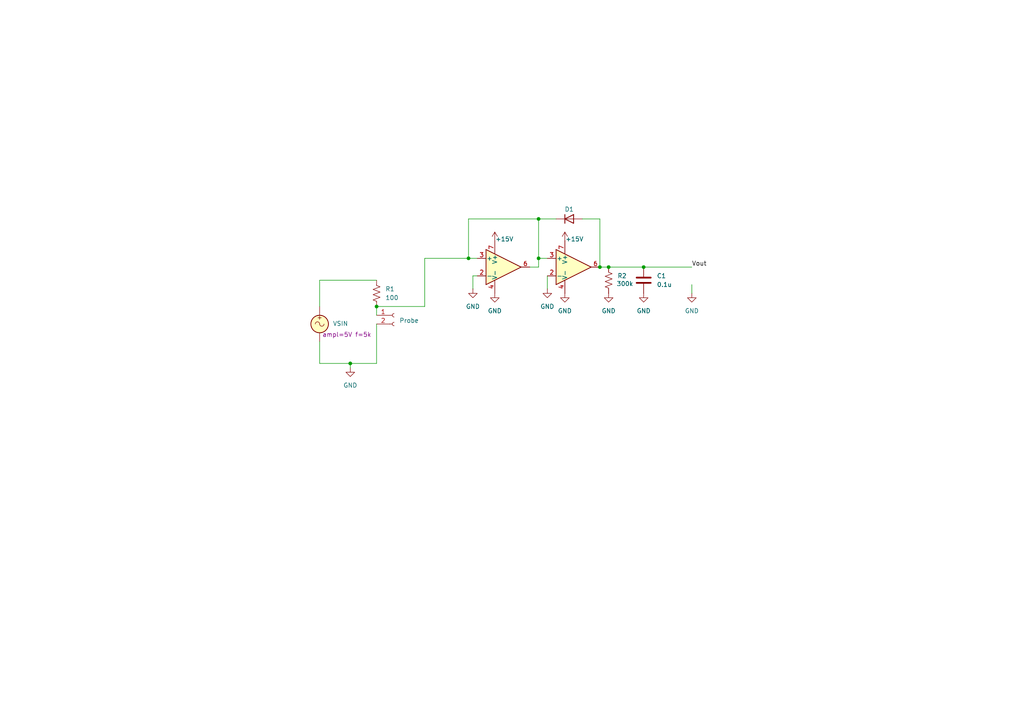
<source format=kicad_sch>
(kicad_sch (version 20250114) (generator "eeschema") (generator_version "9.0")
  (paper "A4")
  (lib_symbols
    (symbol "Amplifier_Operational:AD8001AN" (pin_names (offset 0.127))
      (property "Reference" "U" (at 0 6.35 0))
      (property "Value" "AD8001AN" (at 0 3.81 0))
      (symbol "AD8001AN_0_1"
        (polyline (pts (xy -5.08 5.08) (xy 5.08 0) (xy -5.08 -5.08) (xy -5.08 5.08)) (stroke (width 0.254)) (fill (type background)))
      )
      (symbol "AD8001AN_1_1"
        (pin input line (at -7.62 2.54 0) (length 2.54) (name "+") (number "3"))
        (pin input line (at -7.62 -2.54 0) (length 2.54) (name "-") (number "2"))
        (pin no_connect line (at -5.08 -2.54 90) (length 2.54) (hide yes) (name "NC") (number "1"))
        (pin power_in line (at -2.54 7.62 270) (length 3.81) (name "V+") (number "7"))
        (pin no_connect line (at -2.54 -2.54 90) (length 2.54) (hide yes) (name "NC") (number "5"))
        (pin power_in line (at -2.54 -7.62 90) (length 3.81) (name "V-") (number "4"))
        (pin no_connect line (at 0 -2.54 90) (length 2.54) (hide yes) (name "NC") (number "8"))
        (pin output line (at 7.62 0 180) (length 2.54) (name "~") (number "6"))
      )
    )
    (symbol "Connector:Conn_01x02_Socket" (pin_names (offset 1.016) (hide yes))
      (property "Reference" "J" (at 0 2.54 0))
      (property "Value" "Conn_01x02_Socket" (at 0 -5.08 0))
      (symbol "Conn_01x02_Socket_1_1"
        (polyline (pts (xy -1.27 0) (xy -0.508 0)) (stroke (width 0.1524)))
        (polyline (pts (xy -1.27 -2.54) (xy -0.508 -2.54)) (stroke (width 0.1524)))
        (arc (start 0 -0.508) (mid -0.5058 0) (end 0 0.508) (stroke (width 0.1524)))
        (arc (start 0 -3.048) (mid -0.5058 -2.54) (end 0 -2.032) (stroke (width 0.1524)))
        (pin passive line (at -5.08 0 0) (length 3.81) (name "Pin_1") (number "1"))
        (pin passive line (at -5.08 -2.54 0) (length 3.81) (name "Pin_2") (number "2"))
      )
    )
    (symbol "Device:C" (pin_numbers (hide yes)) (pin_names (offset 0.254))
      (property "Reference" "C" (at 0.635 2.54 0))
      (property "Value" "C" (at 0.635 -2.54 0))
      (symbol "C_0_1"
        (polyline (pts (xy -2.032 0.762) (xy 2.032 0.762)) (stroke (width 0.508)))
        (polyline (pts (xy -2.032 -0.762) (xy 2.032 -0.762)) (stroke (width 0.508)))
      )
      (symbol "C_1_1"
        (pin passive line (at 0 3.81 270) (length 2.794) (name "~") (number "1"))
        (pin passive line (at 0 -3.81 90) (length 2.794) (name "~") (number "2"))
      )
    )
    (symbol "Device:R_US" (pin_numbers (hide yes)) (pin_names (offset 0))
      (property "Reference" "R" (at 2.54 0 90))
      (property "Value" "R_US" (at -2.54 0 90))
      (symbol "R_US_0_1"
        (polyline (pts (xy 0 2.286) (xy 0 2.54)))
        (polyline (pts (xy 0 2.286) (xy 1.016 1.905) (xy 0 1.524) (xy -1.016 1.143) (xy 0 0.762)))
        (polyline (pts (xy 0 0.762) (xy 1.016 0.381) (xy 0 0) (xy -1.016 -0.381) (xy 0 -0.762)))
        (polyline (pts (xy 0 -0.762) (xy 1.016 -1.143) (xy 0 -1.524) (xy -1.016 -1.905) (xy 0 -2.286)))
        (polyline (pts (xy 0 -2.286) (xy 0 -2.54)))
      )
      (symbol "R_US_1_1"
        (pin passive line (at 0 3.81 270) (length 1.27) (name "~") (number "1"))
        (pin passive line (at 0 -3.81 90) (length 1.27) (name "~") (number "2"))
      )
    )
    (symbol "Diode:1N4001" (pin_numbers (hide yes)) (pin_names (hide yes))
      (property "Reference" "D" (at 0 2.54 0))
      (property "Value" "1N4001" (at 0 -2.54 0))
      (symbol "1N4001_0_1"
        (polyline (pts (xy -1.27 1.27) (xy -1.27 -1.27)) (stroke (width 0.254)))
        (polyline (pts (xy 1.27 1.27) (xy 1.27 -1.27) (xy -1.27 0) (xy 1.27 1.27)) (stroke (width 0.254)))
        (polyline (pts (xy 1.27 0) (xy -1.27 0)))
      )
      (symbol "1N4001_1_1"
        (pin passive line (at -3.81 0 0) (length 2.54) (name "K") (number "1"))
        (pin passive line (at 3.81 0 180) (length 2.54) (name "A") (number "2"))
      )
    )
    (symbol "Simulation_SPICE:VSIN" (pin_numbers (hide yes)) (pin_names (offset 0.0254))
      (property "Reference" "V" (at 2.54 2.54 0))
      (property "Value" "VSIN" (at 2.54 0 0))
      (property "Sim.Params" "dc=0 ampl=1 f=1k ac=1" (at 2.54 -2.54 0))
      (symbol "VSIN_0_0"
        (arc (start -1.27 0) (mid -0.635 0.6323) (end 0 0))
        (arc (start 1.27 0) (mid 0.635 -0.6323) (end 0 0))
        (text "+" (at 0 1.905 0) (effects (font (size 1.27 1.27))))
      )
      (symbol "VSIN_0_1"
        (circle (center 0 0) (radius 2.54) (stroke (width 0.254)) (fill (type background)))
      )
      (symbol "VSIN_1_1"
        (pin passive line (at 0 5.08 270) (length 2.54) (name "~") (number "1"))
        (pin passive line (at 0 -5.08 90) (length 2.54) (name "~") (number "2"))
      )
    )
    (symbol "power:+15V" (power) (pin_numbers (hide yes)) (pin_names (offset 0) (hide yes))
      (property "Value" "+15V" (at 0 3.556 0))
      (symbol "+15V_0_1"
        (polyline (pts (xy -0.762 1.27) (xy 0 2.54)))
        (polyline (pts (xy 0 2.54) (xy 0.762 1.27)))
        (polyline (pts (xy 0 0) (xy 0 2.54)))
      )
      (symbol "+15V_1_1"
        (pin power_in line (at 0 0 90) (length 0) (name "~") (number "1"))
      )
    )
    (symbol "power:GND" (power) (pin_numbers (hide yes)) (pin_names (offset 0) (hide yes))
      (property "Value" "GND" (at 0 -3.81 0))
      (symbol "GND_0_1"
        (polyline (pts (xy 0 0) (xy 0 -1.27) (xy 1.27 -1.27) (xy 0 -2.54) (xy -1.27 -1.27) (xy 0 -1.27)))
      )
      (symbol "GND_1_1"
        (pin power_in line (at 0 0 270) (length 0) (name "~") (number "1"))
      )
    )
  )
  (junction (at 176.53 77.47))
  (junction (at 173.99 77.47))
  (junction (at 109.22 88.9))
  (junction (at 135.89 74.93))
  (junction (at 156.21 63.5))
  (junction (at 156.21 74.93))
  (junction (at 186.69 77.47))
  (junction (at 101.6 105.41))
  (wire (pts (xy 156.21 74.93) (xy 158.75 74.93)))
  (wire (pts (xy 153.67 77.47) (xy 156.21 77.47)))
  (wire (pts (xy 123.19 88.9) (xy 123.19 74.93)))
  (wire (pts (xy 109.22 88.9) (xy 123.19 88.9)))
  (wire (pts (xy 92.71 88.9) (xy 92.71 81.28)))
  (wire (pts (xy 168.91 63.5) (xy 173.99 63.5)))
  (wire (pts (xy 92.71 105.41) (xy 101.6 105.41)))
  (wire (pts (xy 92.71 81.28) (xy 109.22 81.28)))
  (wire (pts (xy 101.6 105.41) (xy 109.22 105.41)))
  (wire (pts (xy 101.6 105.41) (xy 101.6 106.68)))
  (wire (pts (xy 92.71 105.41) (xy 92.71 99.06)))
  (wire (pts (xy 156.21 74.93) (xy 156.21 63.5)))
  (wire (pts (xy 173.99 63.5) (xy 173.99 77.47)))
  (wire (pts (xy 186.69 77.47) (xy 200.66 77.47)))
  (wire (pts (xy 173.99 77.47) (xy 176.53 77.47)))
  (wire (pts (xy 135.89 74.93) (xy 138.43 74.93)))
  (wire (pts (xy 135.89 63.5) (xy 135.89 74.93)))
  (wire (pts (xy 176.53 77.47) (xy 186.69 77.47)))
  (wire (pts (xy 138.43 80.01) (xy 137.16 80.01)))
  (wire (pts (xy 137.16 80.01) (xy 137.16 83.82)))
  (wire (pts (xy 156.21 63.5) (xy 135.89 63.5)))
  (wire (pts (xy 109.22 88.9) (xy 109.22 91.44)))
  (wire (pts (xy 109.22 93.98) (xy 109.22 105.41)))
  (wire (pts (xy 123.19 74.93) (xy 135.89 74.93)))
  (wire (pts (xy 158.75 80.01) (xy 158.75 83.82)))
  (wire (pts (xy 200.66 82.55) (xy 200.66 85.09)))
  (wire (pts (xy 156.21 77.47) (xy 156.21 74.93)))
  (wire (pts (xy 156.21 63.5) (xy 161.29 63.5)))
  (label "Vout" (at 200.66 77.47 0))
  (symbol (lib_id "power:GND") (at 200.66 85.09 0) (unit 1)
    (property "Reference" "#PWR010" (effects (hide yes)))
    (property "Value" "GND" (at 200.66 90.17 0))
    (property "Description" "Power symbol creates a global label with name \"GND\" , ground" (effects (hide yes)))
  )
  (symbol (lib_id "power:+15V") (at 163.83 69.85 0) (unit 1)
    (property "Reference" "#PWR06" (effects (hide yes)))
    (property "Value" "+15V" (at 166.624 69.342 0))
    (property "Description" "Power symbol creates a global label with name \"+15V\"" (effects (hide yes)))
  )
  (symbol (lib_id "power:GND") (at 137.16 83.82 0) (unit 1)
    (property "Reference" "#PWR04" (effects (hide yes)))
    (property "Value" "GND" (at 137.16 88.9 0))
    (property "Description" "Power symbol creates a global label with name \"GND\" , ground" (effects (hide yes)))
  )
  (symbol (lib_id "power:+15V") (at 143.51 69.85 0) (unit 1)
    (property "Reference" "#PWR01" (effects (hide yes)))
    (property "Value" "+15V" (at 146.304 69.342 0))
    (property "Description" "Power symbol creates a global label with name \"+15V\"" (effects (hide yes)))
  )
  (symbol (lib_id "power:GND") (at 101.6 106.68 0) (unit 1)
    (property "Reference" "#PWR02" (effects (hide yes)))
    (property "Value" "GND" (at 101.6 111.76 0))
    (property "Description" "Power symbol creates a global label with name \"GND\" , ground" (effects (hide yes)))
  )
  (symbol (lib_id "Amplifier_Operational:AD8001AN") (at 146.05 77.47 0) (unit 1)
    (property "Reference" "U3" (effects (hide yes)))
    (property "Value" "AD8001AN" (effects (hide yes)))
    (property "Footprint" "Package_DIP:DIP-8_W7.62mm" (effects (hide yes)))
    (property "Datasheet" "https://www.analog.com/media/en/technical-documentation/data-sheets/ad8001.pdf" (effects (hide yes)))
    (property "Description" "Current Feedback Amplifier, 800 MHz, 50mW, DIP-8" (effects (hide yes)))
  )
  (symbol (lib_id "power:GND") (at 143.51 85.09 0) (unit 1)
    (property "Reference" "#PWR05" (effects (hide yes)))
    (property "Value" "GND" (at 143.51 90.17 0))
    (property "Description" "Power symbol creates a global label with name \"GND\" , ground" (effects (hide yes)))
  )
  (symbol (lib_id "power:GND") (at 176.53 85.09 0) (unit 1)
    (property "Reference" "#PWR08" (effects (hide yes)))
    (property "Value" "GND" (at 176.53 90.17 0))
    (property "Description" "Power symbol creates a global label with name \"GND\" , ground" (effects (hide yes)))
  )
  (symbol (lib_id "Device:R_US") (at 176.53 81.28 0) (unit 1)
    (property "Reference" "R2" (at 179.07 80.0099 0) (effects (justify left)))
    (property "Value" "300k" (at 178.816 82.296 0) (effects (justify left)))
    (property "Description" "Resistor, US symbol" (effects (hide yes)))
  )
  (symbol (lib_id "Device:C") (at 186.69 81.28 0) (unit 1)
    (property "Reference" "C1" (at 190.5 80.0099 0) (effects (justify left)))
    (property "Value" "0.1u" (at 190.5 82.5499 0) (effects (justify left)))
    (property "Description" "Unpolarized capacitor" (effects (hide yes)))
  )
  (symbol (lib_id "Simulation_SPICE:VSIN") (at 92.71 93.98 0) (unit 1)
    (property "Reference" "V1" (effects (hide yes)))
    (property "Value" "VSIN" (at 96.52 93.8501 0) (effects (justify left)))
    (property "Datasheet" "https://ngspice.sourceforge.io/docs/ngspice-html-manual/manual.xhtml#sec_Independent_Sources_for" (effects (hide yes)))
    (property "Description" "Voltage source, sinusoidal" (effects (hide yes)))
    (property "Sim.Pins" "1=+ 2=-" (effects (hide yes)))
    (property "Sim.Params" "ampl=5V f=5k" (at 93.472 97.028 0) (effects (justify left)))
    (property "Sim.Type" "SIN" (effects (hide yes)))
    (property "Sim.Device" "V" (effects (hide yes)))
  )
  (symbol (lib_id "power:GND") (at 158.75 83.82 0) (unit 1)
    (property "Reference" "#PWR07" (effects (hide yes)))
    (property "Value" "GND" (at 158.75 88.9 0))
    (property "Description" "Power symbol creates a global label with name \"GND\" , ground" (effects (hide yes)))
  )
  (symbol (lib_id "Connector:Conn_01x02_Socket") (at 114.3 91.44 0) (unit 1)
    (property "Reference" "J1" (effects (hide yes)))
    (property "Value" "Probe" (at 115.824 92.964 0) (effects (justify left)))
    (property "Description" "Generic connector, single row, 01x02, script generated" (effects (hide yes)))
  )
  (symbol (lib_id "Amplifier_Operational:AD8001AN") (at 166.37 77.47 0) (unit 1)
    (property "Reference" "U2" (effects (hide yes)))
    (property "Value" "AD8001AN" (effects (hide yes)))
    (property "Footprint" "Package_DIP:DIP-8_W7.62mm" (effects (hide yes)))
    (property "Datasheet" "https://www.analog.com/media/en/technical-documentation/data-sheets/ad8001.pdf" (effects (hide yes)))
    (property "Description" "Current Feedback Amplifier, 800 MHz, 50mW, DIP-8" (effects (hide yes)))
  )
  (symbol (lib_id "Device:R_US") (at 109.22 85.09 0) (unit 1)
    (property "Reference" "R1" (at 111.76 83.8199 0) (effects (justify left)))
    (property "Value" "100" (at 111.76 86.3599 0) (effects (justify left)))
    (property "Description" "Resistor, US symbol" (effects (hide yes)))
  )
  (symbol (lib_id "power:GND") (at 163.83 85.09 0) (unit 1)
    (property "Reference" "#PWR03" (effects (hide yes)))
    (property "Value" "GND" (at 163.83 90.17 0))
    (property "Description" "Power symbol creates a global label with name \"GND\" , ground" (effects (hide yes)))
  )
  (symbol (lib_id "power:GND") (at 186.69 85.09 0) (unit 1)
    (property "Reference" "#PWR09" (effects (hide yes)))
    (property "Value" "GND" (at 186.69 90.17 0))
    (property "Description" "Power symbol creates a global label with name \"GND\" , ground" (effects (hide yes)))
  )
  (symbol (lib_id "Diode:1N4001") (at 165.1 63.5 0) (unit 1)
    (property "Reference" "D1" (at 165.1 60.706 0))
    (property "Value" "1N4001" (effects (hide yes)))
    (property "Footprint" "Diode_THT:D_DO-41_SOD81_P10.16mm_Horizontal" (effects (hide yes)))
    (property "Datasheet" "http://www.vishay.com/docs/88503/1n4001.pdf" (effects (hide yes)))
    (property "Description" "50V 1A General Purpose Rectifier Diode, DO-41" (effects (hide yes)))
    (property "Sim.Device" "D" (effects (hide yes)))
    (property "Sim.Pins" "1=K 2=A" (effects (hide yes)))
  )
)
</source>
